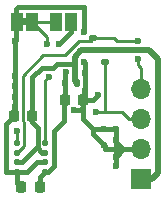
<source format=gbr>
%TF.GenerationSoftware,KiCad,Pcbnew,8.0.9-8.0.9-0~ubuntu22.04.1*%
%TF.CreationDate,2025-02-27T10:51:42+01:00*%
%TF.ProjectId,I2C_Module_BME680_small_FUEL4EP,4932435f-4d6f-4647-956c-655f424d4536,V1.1*%
%TF.SameCoordinates,Original*%
%TF.FileFunction,Copper,L1,Top*%
%TF.FilePolarity,Positive*%
%FSLAX46Y46*%
G04 Gerber Fmt 4.6, Leading zero omitted, Abs format (unit mm)*
G04 Created by KiCad (PCBNEW 8.0.9-8.0.9-0~ubuntu22.04.1) date 2025-02-27 10:51:42*
%MOMM*%
%LPD*%
G01*
G04 APERTURE LIST*
G04 Aperture macros list*
%AMRoundRect*
0 Rectangle with rounded corners*
0 $1 Rounding radius*
0 $2 $3 $4 $5 $6 $7 $8 $9 X,Y pos of 4 corners*
0 Add a 4 corners polygon primitive as box body*
4,1,4,$2,$3,$4,$5,$6,$7,$8,$9,$2,$3,0*
0 Add four circle primitives for the rounded corners*
1,1,$1+$1,$2,$3*
1,1,$1+$1,$4,$5*
1,1,$1+$1,$6,$7*
1,1,$1+$1,$8,$9*
0 Add four rect primitives between the rounded corners*
20,1,$1+$1,$2,$3,$4,$5,0*
20,1,$1+$1,$4,$5,$6,$7,0*
20,1,$1+$1,$6,$7,$8,$9,0*
20,1,$1+$1,$8,$9,$2,$3,0*%
G04 Aperture macros list end*
%TA.AperFunction,EtchedComponent*%
%ADD10C,0.000000*%
%TD*%
%TA.AperFunction,SMDPad,CuDef*%
%ADD11RoundRect,0.225000X-0.225000X-0.250000X0.225000X-0.250000X0.225000X0.250000X-0.225000X0.250000X0*%
%TD*%
%TA.AperFunction,SMDPad,CuDef*%
%ADD12R,1.000000X1.500000*%
%TD*%
%TA.AperFunction,SMDPad,CuDef*%
%ADD13RoundRect,0.125000X0.137500X-0.125000X0.137500X0.125000X-0.137500X0.125000X-0.137500X-0.125000X0*%
%TD*%
%TA.AperFunction,SMDPad,CuDef*%
%ADD14RoundRect,0.147500X0.147500X0.172500X-0.147500X0.172500X-0.147500X-0.172500X0.147500X-0.172500X0*%
%TD*%
%TA.AperFunction,SMDPad,CuDef*%
%ADD15RoundRect,0.135000X0.185000X-0.135000X0.185000X0.135000X-0.185000X0.135000X-0.185000X-0.135000X0*%
%TD*%
%TA.AperFunction,SMDPad,CuDef*%
%ADD16RoundRect,0.135000X-0.185000X0.135000X-0.185000X-0.135000X0.185000X-0.135000X0.185000X0.135000X0*%
%TD*%
%TA.AperFunction,ComponentPad*%
%ADD17R,1.700000X1.700000*%
%TD*%
%TA.AperFunction,ComponentPad*%
%ADD18O,1.700000X1.700000*%
%TD*%
%TA.AperFunction,ViaPad*%
%ADD19C,0.600000*%
%TD*%
%TA.AperFunction,Conductor*%
%ADD20C,0.500000*%
%TD*%
%TA.AperFunction,Conductor*%
%ADD21C,0.400000*%
%TD*%
%TA.AperFunction,Conductor*%
%ADD22C,0.250000*%
%TD*%
G04 APERTURE END LIST*
D10*
%TA.AperFunction,EtchedComponent*%
%TO.C,JP2*%
G36*
X2297000Y15067000D02*
G01*
X1797000Y15067000D01*
X1797000Y15667000D01*
X2297000Y15667000D01*
X2297000Y15067000D01*
G37*
%TD.AperFunction*%
%TD*%
D11*
%TO.P,C1,1*%
%TO.N,VDDA*%
X5461000Y8763000D03*
%TO.P,C1,2*%
%TO.N,GND*%
X7011000Y8763000D03*
%TD*%
D12*
%TO.P,JP1,1,A*%
%TO.N,Net-(JP1-A)*%
X4699000Y15367000D03*
%TO.P,JP1,2,B*%
%TO.N,VDDA*%
X5999000Y15367000D03*
%TD*%
D13*
%TO.P,U1,1,GND*%
%TO.N,GND*%
X1435000Y2680000D03*
%TO.P,U1,2,CSB*%
%TO.N,VCC*%
X1435000Y3480000D03*
%TO.P,U1,3,SDI*%
%TO.N,/SDA*%
X1435000Y4280000D03*
%TO.P,U1,4,SCK*%
%TO.N,/SCL*%
X1435000Y5080000D03*
%TO.P,U1,5,SDO*%
%TO.N,Net-(JP1-A)*%
X3810000Y5080000D03*
%TO.P,U1,6,VDDIO*%
%TO.N,VCC*%
X3810000Y4280000D03*
%TO.P,U1,7,GND*%
%TO.N,GND*%
X3810000Y3480000D03*
%TO.P,U1,8,VDD*%
%TO.N,VDDA*%
X3810000Y2680000D03*
%TD*%
D14*
%TO.P,FB1,1*%
%TO.N,VCC*%
X6477000Y10160000D03*
%TO.P,FB1,2*%
%TO.N,VDDA*%
X5507000Y10160000D03*
%TD*%
D12*
%TO.P,JP2,1,A*%
%TO.N,GND*%
X1397000Y15367000D03*
%TO.P,JP2,2,B*%
%TO.N,Net-(JP1-A)*%
X2697000Y15367000D03*
%TD*%
D15*
%TO.P,R2,1*%
%TO.N,/SCL*%
X8890000Y11934000D03*
%TO.P,R2,2*%
%TO.N,VCC*%
X8890000Y12954000D03*
%TD*%
D11*
%TO.P,C2,1*%
%TO.N,GND*%
X1143000Y7366000D03*
%TO.P,C2,2*%
%TO.N,VCC*%
X2693000Y7366000D03*
%TD*%
%TO.P,C3,1*%
%TO.N,GND*%
X1778000Y1397000D03*
%TO.P,C3,2*%
%TO.N,VDDA*%
X3328000Y1397000D03*
%TD*%
D16*
%TO.P,R1,1*%
%TO.N,/SDA*%
X7874000Y13970000D03*
%TO.P,R1,2*%
%TO.N,VCC*%
X7874000Y12950000D03*
%TD*%
D17*
%TO.P,J1,1,Pin_1*%
%TO.N,VCC*%
X11892000Y2032000D03*
D18*
%TO.P,J1,2,Pin_2*%
%TO.N,GND*%
X11892000Y4572000D03*
%TO.P,J1,3,Pin_3*%
%TO.N,/SCL*%
X11892000Y7112000D03*
%TO.P,J1,4,Pin_4*%
%TO.N,/SDA*%
X11892000Y9652000D03*
%TD*%
D19*
%TO.N,GND*%
X1244000Y9906000D03*
X7142000Y11049000D03*
X1244000Y10795000D03*
X10287000Y4566000D03*
X9779000Y3175000D03*
X9780000Y6260000D03*
X9779000Y3937000D03*
X6985000Y7874000D03*
X7112000Y11938000D03*
X1270000Y13716000D03*
X1244000Y9017000D03*
X6223000Y7874000D03*
X8255000Y9144000D03*
X8763000Y4953000D03*
X1244000Y8128000D03*
X9780000Y5334000D03*
X7142000Y9525000D03*
X7112000Y14478000D03*
X8763000Y6260000D03*
%TO.N,/SCL*%
X8128000Y7747000D03*
X1397000Y6096000D03*
%TO.N,/SDA*%
X11684000Y12192000D03*
X11684000Y13716000D03*
%TO.N,VDDA*%
X5557298Y11079702D03*
X4953000Y13462000D03*
%TO.N,Net-(JP1-A)*%
X4105645Y10716500D03*
X3937000Y13461994D03*
%TD*%
D20*
%TO.N,VCC*%
X6477000Y10160000D02*
X6312000Y10325000D01*
D21*
X3001501Y4652501D02*
X3175000Y4652501D01*
X1435000Y3480000D02*
X1829000Y3480000D01*
X2693000Y6832000D02*
X2693000Y7366000D01*
X4802631Y11784000D02*
X4485131Y11466500D01*
D20*
X12832000Y2032000D02*
X13318000Y2518000D01*
D21*
X1829000Y3480000D02*
X3001501Y4652501D01*
X4485131Y11466500D02*
X3515869Y11466500D01*
X6212000Y11784000D02*
X4802631Y11784000D01*
D20*
X6312000Y12404000D02*
X6858000Y12950000D01*
X12569000Y12950000D02*
X6858000Y12950000D01*
X13318000Y2518000D02*
X13318000Y12209000D01*
D21*
X2693000Y10643631D02*
X2693000Y7366000D01*
D20*
X6312000Y11684000D02*
X6312000Y12404000D01*
X11892000Y2032000D02*
X12832000Y2032000D01*
D21*
X3547501Y4280000D02*
X3175000Y4652501D01*
X3515869Y11466500D02*
X2693000Y10643631D01*
D20*
X13318000Y12209000D02*
X12573000Y12954000D01*
D21*
X3175000Y6350000D02*
X2693000Y6832000D01*
X6312000Y11684000D02*
X6212000Y11784000D01*
X3175000Y4652501D02*
X3175000Y6350000D01*
D20*
X6312000Y10325000D02*
X6312000Y11684000D01*
D21*
X3810000Y4280000D02*
X3547501Y4280000D01*
D20*
X12573000Y12954000D02*
X12569000Y12950000D01*
D21*
%TO.N,GND*%
X10408000Y4572000D02*
X11892000Y4572000D01*
X7142000Y8894000D02*
X7142000Y9525000D01*
X1533000Y16637000D02*
X7112000Y16637000D01*
X1244000Y9652000D02*
X1244000Y9906000D01*
X2299000Y2680000D02*
X3099000Y3480000D01*
X9780000Y5334000D02*
X9780000Y5200000D01*
X521000Y2680000D02*
X1435000Y2680000D01*
X7142000Y9525000D02*
X7142000Y11049000D01*
X9779000Y3937000D02*
X10408000Y4566000D01*
X7837000Y6260000D02*
X8763000Y6260000D01*
X9780000Y5200000D02*
X10408000Y4572000D01*
X8890000Y4826000D02*
X8890000Y4572000D01*
X9780000Y4572000D02*
X9786000Y4566000D01*
X7837000Y6260000D02*
X7837000Y5879000D01*
X1435000Y1740000D02*
X1778000Y1397000D01*
X9780000Y6260000D02*
X9780000Y5334000D01*
X7142000Y11908000D02*
X7112000Y11938000D01*
X8890000Y4572000D02*
X9780000Y4572000D01*
X1244000Y13690000D02*
X1270000Y13716000D01*
X10408000Y4566000D02*
X10287000Y4566000D01*
X508000Y6731000D02*
X508000Y2667000D01*
X6985000Y7112000D02*
X7837000Y6260000D01*
X1367000Y16471000D02*
X1533000Y16637000D01*
X9779000Y3937000D02*
X9779000Y3175000D01*
X8255000Y9144000D02*
X7874000Y8763000D01*
X6985000Y7112000D02*
X6985000Y7874000D01*
X9780000Y3938000D02*
X9779000Y3937000D01*
X6985000Y7874000D02*
X6223000Y7874000D01*
X1244000Y10795000D02*
X1244000Y13690000D01*
X508000Y2667000D02*
X521000Y2680000D01*
X7142000Y11049000D02*
X7142000Y11908000D01*
X1435000Y2680000D02*
X2299000Y2680000D01*
X8763000Y6260000D02*
X9780000Y6260000D01*
X1367000Y15367000D02*
X1367000Y16471000D01*
X1244000Y9017000D02*
X1244000Y9652000D01*
X10408000Y4566000D02*
X10408000Y4572000D01*
X7837000Y5879000D02*
X8763000Y4953000D01*
X1244000Y8128000D02*
X1244000Y9017000D01*
X6985000Y7874000D02*
X6985000Y8737000D01*
X7112000Y14478000D02*
X7112000Y16637000D01*
X1244000Y7340000D02*
X1244000Y8128000D01*
X8763000Y4953000D02*
X8890000Y4826000D01*
X1367000Y15367000D02*
X1367000Y13813000D01*
X1367000Y13813000D02*
X1270000Y13716000D01*
X1244000Y9906000D02*
X1244000Y10795000D01*
X1143000Y7366000D02*
X508000Y6731000D01*
X10287000Y4566000D02*
X9786000Y4566000D01*
X9780000Y4572000D02*
X9780000Y3938000D01*
X1435000Y2680000D02*
X1435000Y1740000D01*
X9780000Y5334000D02*
X9780000Y4572000D01*
X7747000Y8763000D02*
X7011000Y8763000D01*
X3099000Y3480000D02*
X3810000Y3480000D01*
D22*
%TO.N,/SCL*%
X1435000Y5080000D02*
X1435000Y6058000D01*
X8890000Y7874000D02*
X8763000Y7747000D01*
X10922000Y7112000D02*
X11892000Y7112000D01*
X8128000Y7747000D02*
X8763000Y7747000D01*
X8763000Y7747000D02*
X10287000Y7747000D01*
X10287000Y7747000D02*
X10922000Y7112000D01*
X1435000Y6058000D02*
X1397000Y6096000D01*
X8890000Y11934000D02*
X8890000Y7874000D01*
%TO.N,/SDA*%
X11684000Y11684000D02*
X11892000Y11476000D01*
X11684000Y12192000D02*
X11684000Y11684000D01*
X5486595Y12533000D02*
X6705595Y13752000D01*
X7656000Y13752000D02*
X7874000Y13970000D01*
X6705595Y13752000D02*
X7656000Y13752000D01*
X1998800Y6843574D02*
X1905000Y6937374D01*
X1435000Y4280000D02*
X1998800Y4843800D01*
X9906000Y13716000D02*
X11684000Y13716000D01*
X9652000Y13970000D02*
X7874000Y13970000D01*
X3657405Y12533000D02*
X5486595Y12533000D01*
X9906000Y13716000D02*
X9652000Y13970000D01*
X1905000Y10780595D02*
X3657405Y12533000D01*
X1905000Y6937374D02*
X1905000Y10780595D01*
X11892000Y11476000D02*
X11892000Y9652000D01*
X1998800Y4843800D02*
X1998800Y6843574D01*
D21*
%TO.N,VDDA*%
X5435000Y6959000D02*
X4572000Y6096000D01*
X4072499Y2680000D02*
X3810000Y2680000D01*
X5507000Y11029404D02*
X5557298Y11079702D01*
X5507000Y10160000D02*
X5507000Y8809000D01*
X3328000Y2198000D02*
X3810000Y2680000D01*
X4572000Y6096000D02*
X4572000Y3179501D01*
X5507000Y10160000D02*
X5507000Y11029404D01*
X4572000Y3179501D02*
X4072499Y2680000D01*
X5435000Y8737000D02*
X5435000Y6959000D01*
X5969000Y14478000D02*
X4953000Y13462000D01*
X3328000Y1397000D02*
X3328000Y2198000D01*
X5969000Y15367000D02*
X5969000Y14478000D01*
D22*
%TO.N,Net-(JP1-A)*%
X2667000Y15367000D02*
X3937000Y14097000D01*
X3810000Y5080000D02*
X3810000Y10420855D01*
X2667000Y15367000D02*
X4669000Y15367000D01*
X3937000Y14097000D02*
X3937000Y13461994D01*
X3810000Y10420855D02*
X4105645Y10716500D01*
%TD*%
M02*

</source>
